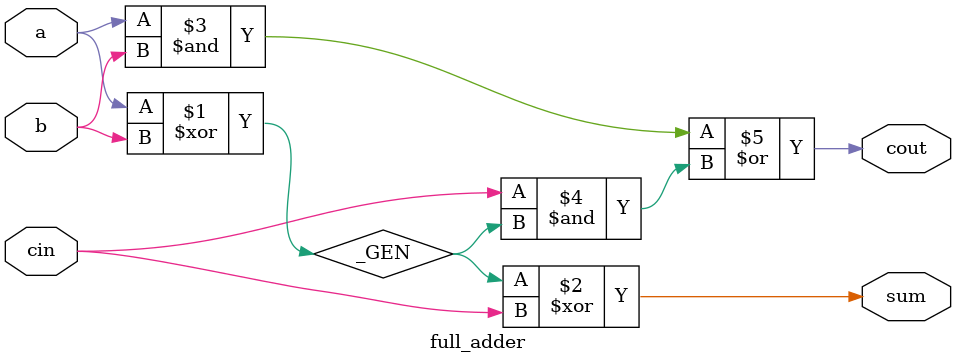
<source format=v>
module full_adder(	// file.cleaned.mlir:2:3
  input  a,	// file.cleaned.mlir:2:28
         b,	// file.cleaned.mlir:2:40
         cin,	// file.cleaned.mlir:2:52
  output sum,	// file.cleaned.mlir:2:67
         cout	// file.cleaned.mlir:2:81
);

  wire _GEN = a ^ b;	// file.cleaned.mlir:3:10
  assign sum = _GEN ^ cin;	// file.cleaned.mlir:3:10, :4:10, :8:5
  assign cout = a & b | cin & _GEN;	// file.cleaned.mlir:3:10, :5:10, :6:10, :7:10, :8:5
endmodule


</source>
